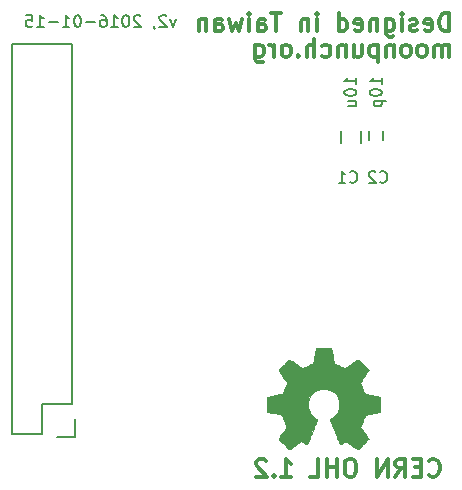
<source format=gbo>
G04 #@! TF.FileFunction,Legend,Bot*
%FSLAX46Y46*%
G04 Gerber Fmt 4.6, Leading zero omitted, Abs format (unit mm)*
G04 Created by KiCad (PCBNEW 4.0.1-stable) date Fri 15 Jan 2016 03:53:27 PM CST*
%MOMM*%
G01*
G04 APERTURE LIST*
%ADD10C,0.100000*%
%ADD11C,0.200000*%
%ADD12C,0.300000*%
%ADD13C,0.150000*%
%ADD14C,0.010000*%
G04 APERTURE END LIST*
D10*
D11*
X117759952Y-101766714D02*
X117521857Y-102433381D01*
X117283761Y-101766714D01*
X116950428Y-101528619D02*
X116902809Y-101481000D01*
X116807571Y-101433381D01*
X116569475Y-101433381D01*
X116474237Y-101481000D01*
X116426618Y-101528619D01*
X116378999Y-101623857D01*
X116378999Y-101719095D01*
X116426618Y-101861952D01*
X116998047Y-102433381D01*
X116378999Y-102433381D01*
X115902809Y-102385762D02*
X115902809Y-102433381D01*
X115950428Y-102528619D01*
X115998047Y-102576238D01*
X114759952Y-101528619D02*
X114712333Y-101481000D01*
X114617095Y-101433381D01*
X114378999Y-101433381D01*
X114283761Y-101481000D01*
X114236142Y-101528619D01*
X114188523Y-101623857D01*
X114188523Y-101719095D01*
X114236142Y-101861952D01*
X114807571Y-102433381D01*
X114188523Y-102433381D01*
X113569476Y-101433381D02*
X113474237Y-101433381D01*
X113378999Y-101481000D01*
X113331380Y-101528619D01*
X113283761Y-101623857D01*
X113236142Y-101814333D01*
X113236142Y-102052429D01*
X113283761Y-102242905D01*
X113331380Y-102338143D01*
X113378999Y-102385762D01*
X113474237Y-102433381D01*
X113569476Y-102433381D01*
X113664714Y-102385762D01*
X113712333Y-102338143D01*
X113759952Y-102242905D01*
X113807571Y-102052429D01*
X113807571Y-101814333D01*
X113759952Y-101623857D01*
X113712333Y-101528619D01*
X113664714Y-101481000D01*
X113569476Y-101433381D01*
X112283761Y-102433381D02*
X112855190Y-102433381D01*
X112569476Y-102433381D02*
X112569476Y-101433381D01*
X112664714Y-101576238D01*
X112759952Y-101671476D01*
X112855190Y-101719095D01*
X111426618Y-101433381D02*
X111617095Y-101433381D01*
X111712333Y-101481000D01*
X111759952Y-101528619D01*
X111855190Y-101671476D01*
X111902809Y-101861952D01*
X111902809Y-102242905D01*
X111855190Y-102338143D01*
X111807571Y-102385762D01*
X111712333Y-102433381D01*
X111521856Y-102433381D01*
X111426618Y-102385762D01*
X111378999Y-102338143D01*
X111331380Y-102242905D01*
X111331380Y-102004810D01*
X111378999Y-101909571D01*
X111426618Y-101861952D01*
X111521856Y-101814333D01*
X111712333Y-101814333D01*
X111807571Y-101861952D01*
X111855190Y-101909571D01*
X111902809Y-102004810D01*
X110902809Y-102052429D02*
X110140904Y-102052429D01*
X109474238Y-101433381D02*
X109378999Y-101433381D01*
X109283761Y-101481000D01*
X109236142Y-101528619D01*
X109188523Y-101623857D01*
X109140904Y-101814333D01*
X109140904Y-102052429D01*
X109188523Y-102242905D01*
X109236142Y-102338143D01*
X109283761Y-102385762D01*
X109378999Y-102433381D01*
X109474238Y-102433381D01*
X109569476Y-102385762D01*
X109617095Y-102338143D01*
X109664714Y-102242905D01*
X109712333Y-102052429D01*
X109712333Y-101814333D01*
X109664714Y-101623857D01*
X109617095Y-101528619D01*
X109569476Y-101481000D01*
X109474238Y-101433381D01*
X108188523Y-102433381D02*
X108759952Y-102433381D01*
X108474238Y-102433381D02*
X108474238Y-101433381D01*
X108569476Y-101576238D01*
X108664714Y-101671476D01*
X108759952Y-101719095D01*
X107759952Y-102052429D02*
X106998047Y-102052429D01*
X105998047Y-102433381D02*
X106569476Y-102433381D01*
X106283762Y-102433381D02*
X106283762Y-101433381D01*
X106379000Y-101576238D01*
X106474238Y-101671476D01*
X106569476Y-101719095D01*
X105093285Y-101433381D02*
X105569476Y-101433381D01*
X105617095Y-101909571D01*
X105569476Y-101861952D01*
X105474238Y-101814333D01*
X105236142Y-101814333D01*
X105140904Y-101861952D01*
X105093285Y-101909571D01*
X105045666Y-102004810D01*
X105045666Y-102242905D01*
X105093285Y-102338143D01*
X105140904Y-102385762D01*
X105236142Y-102433381D01*
X105474238Y-102433381D01*
X105569476Y-102385762D01*
X105617095Y-102338143D01*
D12*
X140929286Y-104945571D02*
X140929286Y-103945571D01*
X140929286Y-104088429D02*
X140857858Y-104017000D01*
X140715000Y-103945571D01*
X140500715Y-103945571D01*
X140357858Y-104017000D01*
X140286429Y-104159857D01*
X140286429Y-104945571D01*
X140286429Y-104159857D02*
X140215000Y-104017000D01*
X140072143Y-103945571D01*
X139857858Y-103945571D01*
X139715000Y-104017000D01*
X139643572Y-104159857D01*
X139643572Y-104945571D01*
X138715000Y-104945571D02*
X138857858Y-104874143D01*
X138929286Y-104802714D01*
X139000715Y-104659857D01*
X139000715Y-104231286D01*
X138929286Y-104088429D01*
X138857858Y-104017000D01*
X138715000Y-103945571D01*
X138500715Y-103945571D01*
X138357858Y-104017000D01*
X138286429Y-104088429D01*
X138215000Y-104231286D01*
X138215000Y-104659857D01*
X138286429Y-104802714D01*
X138357858Y-104874143D01*
X138500715Y-104945571D01*
X138715000Y-104945571D01*
X137357857Y-104945571D02*
X137500715Y-104874143D01*
X137572143Y-104802714D01*
X137643572Y-104659857D01*
X137643572Y-104231286D01*
X137572143Y-104088429D01*
X137500715Y-104017000D01*
X137357857Y-103945571D01*
X137143572Y-103945571D01*
X137000715Y-104017000D01*
X136929286Y-104088429D01*
X136857857Y-104231286D01*
X136857857Y-104659857D01*
X136929286Y-104802714D01*
X137000715Y-104874143D01*
X137143572Y-104945571D01*
X137357857Y-104945571D01*
X136215000Y-103945571D02*
X136215000Y-104945571D01*
X136215000Y-104088429D02*
X136143572Y-104017000D01*
X136000714Y-103945571D01*
X135786429Y-103945571D01*
X135643572Y-104017000D01*
X135572143Y-104159857D01*
X135572143Y-104945571D01*
X134857857Y-103945571D02*
X134857857Y-105445571D01*
X134857857Y-104017000D02*
X134715000Y-103945571D01*
X134429286Y-103945571D01*
X134286429Y-104017000D01*
X134215000Y-104088429D01*
X134143571Y-104231286D01*
X134143571Y-104659857D01*
X134215000Y-104802714D01*
X134286429Y-104874143D01*
X134429286Y-104945571D01*
X134715000Y-104945571D01*
X134857857Y-104874143D01*
X132857857Y-103945571D02*
X132857857Y-104945571D01*
X133500714Y-103945571D02*
X133500714Y-104731286D01*
X133429286Y-104874143D01*
X133286428Y-104945571D01*
X133072143Y-104945571D01*
X132929286Y-104874143D01*
X132857857Y-104802714D01*
X132143571Y-103945571D02*
X132143571Y-104945571D01*
X132143571Y-104088429D02*
X132072143Y-104017000D01*
X131929285Y-103945571D01*
X131715000Y-103945571D01*
X131572143Y-104017000D01*
X131500714Y-104159857D01*
X131500714Y-104945571D01*
X130143571Y-104874143D02*
X130286428Y-104945571D01*
X130572142Y-104945571D01*
X130715000Y-104874143D01*
X130786428Y-104802714D01*
X130857857Y-104659857D01*
X130857857Y-104231286D01*
X130786428Y-104088429D01*
X130715000Y-104017000D01*
X130572142Y-103945571D01*
X130286428Y-103945571D01*
X130143571Y-104017000D01*
X129500714Y-104945571D02*
X129500714Y-103445571D01*
X128857857Y-104945571D02*
X128857857Y-104159857D01*
X128929286Y-104017000D01*
X129072143Y-103945571D01*
X129286428Y-103945571D01*
X129429286Y-104017000D01*
X129500714Y-104088429D01*
X128143571Y-104802714D02*
X128072143Y-104874143D01*
X128143571Y-104945571D01*
X128215000Y-104874143D01*
X128143571Y-104802714D01*
X128143571Y-104945571D01*
X127214999Y-104945571D02*
X127357857Y-104874143D01*
X127429285Y-104802714D01*
X127500714Y-104659857D01*
X127500714Y-104231286D01*
X127429285Y-104088429D01*
X127357857Y-104017000D01*
X127214999Y-103945571D01*
X127000714Y-103945571D01*
X126857857Y-104017000D01*
X126786428Y-104088429D01*
X126714999Y-104231286D01*
X126714999Y-104659857D01*
X126786428Y-104802714D01*
X126857857Y-104874143D01*
X127000714Y-104945571D01*
X127214999Y-104945571D01*
X126072142Y-104945571D02*
X126072142Y-103945571D01*
X126072142Y-104231286D02*
X126000714Y-104088429D01*
X125929285Y-104017000D01*
X125786428Y-103945571D01*
X125643571Y-103945571D01*
X124500714Y-103945571D02*
X124500714Y-105159857D01*
X124572143Y-105302714D01*
X124643571Y-105374143D01*
X124786428Y-105445571D01*
X125000714Y-105445571D01*
X125143571Y-105374143D01*
X124500714Y-104874143D02*
X124643571Y-104945571D01*
X124929285Y-104945571D01*
X125072143Y-104874143D01*
X125143571Y-104802714D01*
X125215000Y-104659857D01*
X125215000Y-104231286D01*
X125143571Y-104088429D01*
X125072143Y-104017000D01*
X124929285Y-103945571D01*
X124643571Y-103945571D01*
X124500714Y-104017000D01*
X139191143Y-140362714D02*
X139262572Y-140434143D01*
X139476858Y-140505571D01*
X139619715Y-140505571D01*
X139834000Y-140434143D01*
X139976858Y-140291286D01*
X140048286Y-140148429D01*
X140119715Y-139862714D01*
X140119715Y-139648429D01*
X140048286Y-139362714D01*
X139976858Y-139219857D01*
X139834000Y-139077000D01*
X139619715Y-139005571D01*
X139476858Y-139005571D01*
X139262572Y-139077000D01*
X139191143Y-139148429D01*
X138548286Y-139719857D02*
X138048286Y-139719857D01*
X137834000Y-140505571D02*
X138548286Y-140505571D01*
X138548286Y-139005571D01*
X137834000Y-139005571D01*
X136334000Y-140505571D02*
X136834000Y-139791286D01*
X137191143Y-140505571D02*
X137191143Y-139005571D01*
X136619715Y-139005571D01*
X136476857Y-139077000D01*
X136405429Y-139148429D01*
X136334000Y-139291286D01*
X136334000Y-139505571D01*
X136405429Y-139648429D01*
X136476857Y-139719857D01*
X136619715Y-139791286D01*
X137191143Y-139791286D01*
X135691143Y-140505571D02*
X135691143Y-139005571D01*
X134834000Y-140505571D01*
X134834000Y-139005571D01*
X132691143Y-139005571D02*
X132405429Y-139005571D01*
X132262571Y-139077000D01*
X132119714Y-139219857D01*
X132048286Y-139505571D01*
X132048286Y-140005571D01*
X132119714Y-140291286D01*
X132262571Y-140434143D01*
X132405429Y-140505571D01*
X132691143Y-140505571D01*
X132834000Y-140434143D01*
X132976857Y-140291286D01*
X133048286Y-140005571D01*
X133048286Y-139505571D01*
X132976857Y-139219857D01*
X132834000Y-139077000D01*
X132691143Y-139005571D01*
X131405428Y-140505571D02*
X131405428Y-139005571D01*
X131405428Y-139719857D02*
X130548285Y-139719857D01*
X130548285Y-140505571D02*
X130548285Y-139005571D01*
X129119713Y-140505571D02*
X129833999Y-140505571D01*
X129833999Y-139005571D01*
X126691142Y-140505571D02*
X127548285Y-140505571D01*
X127119713Y-140505571D02*
X127119713Y-139005571D01*
X127262570Y-139219857D01*
X127405428Y-139362714D01*
X127548285Y-139434143D01*
X126048285Y-140362714D02*
X125976857Y-140434143D01*
X126048285Y-140505571D01*
X126119714Y-140434143D01*
X126048285Y-140362714D01*
X126048285Y-140505571D01*
X125405428Y-139148429D02*
X125333999Y-139077000D01*
X125191142Y-139005571D01*
X124833999Y-139005571D01*
X124691142Y-139077000D01*
X124619713Y-139148429D01*
X124548285Y-139291286D01*
X124548285Y-139434143D01*
X124619713Y-139648429D01*
X125476856Y-140505571D01*
X124548285Y-140505571D01*
X140909143Y-102786571D02*
X140909143Y-101286571D01*
X140552000Y-101286571D01*
X140337715Y-101358000D01*
X140194857Y-101500857D01*
X140123429Y-101643714D01*
X140052000Y-101929429D01*
X140052000Y-102143714D01*
X140123429Y-102429429D01*
X140194857Y-102572286D01*
X140337715Y-102715143D01*
X140552000Y-102786571D01*
X140909143Y-102786571D01*
X138837715Y-102715143D02*
X138980572Y-102786571D01*
X139266286Y-102786571D01*
X139409143Y-102715143D01*
X139480572Y-102572286D01*
X139480572Y-102000857D01*
X139409143Y-101858000D01*
X139266286Y-101786571D01*
X138980572Y-101786571D01*
X138837715Y-101858000D01*
X138766286Y-102000857D01*
X138766286Y-102143714D01*
X139480572Y-102286571D01*
X138194858Y-102715143D02*
X138052001Y-102786571D01*
X137766286Y-102786571D01*
X137623429Y-102715143D01*
X137552001Y-102572286D01*
X137552001Y-102500857D01*
X137623429Y-102358000D01*
X137766286Y-102286571D01*
X137980572Y-102286571D01*
X138123429Y-102215143D01*
X138194858Y-102072286D01*
X138194858Y-102000857D01*
X138123429Y-101858000D01*
X137980572Y-101786571D01*
X137766286Y-101786571D01*
X137623429Y-101858000D01*
X136909143Y-102786571D02*
X136909143Y-101786571D01*
X136909143Y-101286571D02*
X136980572Y-101358000D01*
X136909143Y-101429429D01*
X136837715Y-101358000D01*
X136909143Y-101286571D01*
X136909143Y-101429429D01*
X135552000Y-101786571D02*
X135552000Y-103000857D01*
X135623429Y-103143714D01*
X135694857Y-103215143D01*
X135837714Y-103286571D01*
X136052000Y-103286571D01*
X136194857Y-103215143D01*
X135552000Y-102715143D02*
X135694857Y-102786571D01*
X135980571Y-102786571D01*
X136123429Y-102715143D01*
X136194857Y-102643714D01*
X136266286Y-102500857D01*
X136266286Y-102072286D01*
X136194857Y-101929429D01*
X136123429Y-101858000D01*
X135980571Y-101786571D01*
X135694857Y-101786571D01*
X135552000Y-101858000D01*
X134837714Y-101786571D02*
X134837714Y-102786571D01*
X134837714Y-101929429D02*
X134766286Y-101858000D01*
X134623428Y-101786571D01*
X134409143Y-101786571D01*
X134266286Y-101858000D01*
X134194857Y-102000857D01*
X134194857Y-102786571D01*
X132909143Y-102715143D02*
X133052000Y-102786571D01*
X133337714Y-102786571D01*
X133480571Y-102715143D01*
X133552000Y-102572286D01*
X133552000Y-102000857D01*
X133480571Y-101858000D01*
X133337714Y-101786571D01*
X133052000Y-101786571D01*
X132909143Y-101858000D01*
X132837714Y-102000857D01*
X132837714Y-102143714D01*
X133552000Y-102286571D01*
X131552000Y-102786571D02*
X131552000Y-101286571D01*
X131552000Y-102715143D02*
X131694857Y-102786571D01*
X131980571Y-102786571D01*
X132123429Y-102715143D01*
X132194857Y-102643714D01*
X132266286Y-102500857D01*
X132266286Y-102072286D01*
X132194857Y-101929429D01*
X132123429Y-101858000D01*
X131980571Y-101786571D01*
X131694857Y-101786571D01*
X131552000Y-101858000D01*
X129694857Y-102786571D02*
X129694857Y-101786571D01*
X129694857Y-101286571D02*
X129766286Y-101358000D01*
X129694857Y-101429429D01*
X129623429Y-101358000D01*
X129694857Y-101286571D01*
X129694857Y-101429429D01*
X128980571Y-101786571D02*
X128980571Y-102786571D01*
X128980571Y-101929429D02*
X128909143Y-101858000D01*
X128766285Y-101786571D01*
X128552000Y-101786571D01*
X128409143Y-101858000D01*
X128337714Y-102000857D01*
X128337714Y-102786571D01*
X126694857Y-101286571D02*
X125837714Y-101286571D01*
X126266285Y-102786571D02*
X126266285Y-101286571D01*
X124694857Y-102786571D02*
X124694857Y-102000857D01*
X124766286Y-101858000D01*
X124909143Y-101786571D01*
X125194857Y-101786571D01*
X125337714Y-101858000D01*
X124694857Y-102715143D02*
X124837714Y-102786571D01*
X125194857Y-102786571D01*
X125337714Y-102715143D01*
X125409143Y-102572286D01*
X125409143Y-102429429D01*
X125337714Y-102286571D01*
X125194857Y-102215143D01*
X124837714Y-102215143D01*
X124694857Y-102143714D01*
X123980571Y-102786571D02*
X123980571Y-101786571D01*
X123980571Y-101286571D02*
X124052000Y-101358000D01*
X123980571Y-101429429D01*
X123909143Y-101358000D01*
X123980571Y-101286571D01*
X123980571Y-101429429D01*
X123409142Y-101786571D02*
X123123428Y-102786571D01*
X122837714Y-102072286D01*
X122551999Y-102786571D01*
X122266285Y-101786571D01*
X121051999Y-102786571D02*
X121051999Y-102000857D01*
X121123428Y-101858000D01*
X121266285Y-101786571D01*
X121551999Y-101786571D01*
X121694856Y-101858000D01*
X121051999Y-102715143D02*
X121194856Y-102786571D01*
X121551999Y-102786571D01*
X121694856Y-102715143D01*
X121766285Y-102572286D01*
X121766285Y-102429429D01*
X121694856Y-102286571D01*
X121551999Y-102215143D01*
X121194856Y-102215143D01*
X121051999Y-102143714D01*
X120337713Y-101786571D02*
X120337713Y-102786571D01*
X120337713Y-101929429D02*
X120266285Y-101858000D01*
X120123427Y-101786571D01*
X119909142Y-101786571D01*
X119766285Y-101858000D01*
X119694856Y-102000857D01*
X119694856Y-102786571D01*
D13*
X131738000Y-112260000D02*
X131738000Y-111260000D01*
X133438000Y-111260000D02*
X133438000Y-112260000D01*
X134147000Y-111283000D02*
X134147000Y-111983000D01*
X135347000Y-111983000D02*
X135347000Y-111283000D01*
D14*
G36*
X129518890Y-130251200D02*
X129486970Y-130421582D01*
X129456980Y-130577359D01*
X129430458Y-130710878D01*
X129408942Y-130814487D01*
X129393970Y-130880532D01*
X129388628Y-130899313D01*
X129363965Y-130926206D01*
X129305228Y-130962692D01*
X129208788Y-131010594D01*
X129071020Y-131071737D01*
X128920322Y-131134821D01*
X128761182Y-131199594D01*
X128641821Y-131246259D01*
X128555408Y-131276905D01*
X128495107Y-131293618D01*
X128454087Y-131298486D01*
X128425512Y-131293596D01*
X128415423Y-131289052D01*
X128378603Y-131266268D01*
X128306864Y-131219151D01*
X128207046Y-131152295D01*
X128085989Y-131070295D01*
X127950533Y-130977746D01*
X127885268Y-130932894D01*
X127746779Y-130838824D01*
X127620381Y-130755384D01*
X127512637Y-130686712D01*
X127430111Y-130636946D01*
X127379366Y-130610226D01*
X127368091Y-130606800D01*
X127340274Y-130624004D01*
X127283301Y-130671594D01*
X127203342Y-130743530D01*
X127106570Y-130833775D01*
X126999156Y-130936292D01*
X126887272Y-131045042D01*
X126777090Y-131153988D01*
X126674781Y-131257092D01*
X126586518Y-131348317D01*
X126518472Y-131421624D01*
X126476814Y-131470976D01*
X126466600Y-131488712D01*
X126469455Y-131499722D01*
X126479858Y-131520347D01*
X126500570Y-131554738D01*
X126534353Y-131607046D01*
X126583967Y-131681422D01*
X126652172Y-131782017D01*
X126741729Y-131912981D01*
X126855399Y-132078465D01*
X126957243Y-132226430D01*
X127030560Y-132333980D01*
X127093556Y-132428430D01*
X127140462Y-132500979D01*
X127165510Y-132542829D01*
X127167665Y-132547423D01*
X127162389Y-132581392D01*
X127139550Y-132652476D01*
X127102922Y-132751689D01*
X127056283Y-132870045D01*
X127003406Y-132998558D01*
X126948067Y-133128243D01*
X126894042Y-133250113D01*
X126845107Y-133355182D01*
X126805037Y-133434465D01*
X126777607Y-133478976D01*
X126775056Y-133481853D01*
X126736882Y-133502261D01*
X126656472Y-133527290D01*
X126531722Y-133557458D01*
X126360522Y-133593279D01*
X126174500Y-133629008D01*
X126009149Y-133660413D01*
X125858006Y-133690194D01*
X125729147Y-133716676D01*
X125630645Y-133738180D01*
X125570574Y-133753030D01*
X125558550Y-133756960D01*
X125540557Y-133765502D01*
X125526807Y-133778419D01*
X125516735Y-133801966D01*
X125509774Y-133842395D01*
X125505360Y-133905959D01*
X125502927Y-133998911D01*
X125501910Y-134127505D01*
X125501742Y-134297993D01*
X125501789Y-134384505D01*
X125502656Y-134555599D01*
X125504878Y-134710317D01*
X125508233Y-134841232D01*
X125512496Y-134940916D01*
X125517445Y-135001942D01*
X125520839Y-135017238D01*
X125541408Y-135029717D01*
X125591331Y-135045897D01*
X125673964Y-135066496D01*
X125792663Y-135092237D01*
X125950782Y-135123838D01*
X126151677Y-135162021D01*
X126398703Y-135207507D01*
X126452475Y-135217278D01*
X126558549Y-135238093D01*
X126648597Y-135258636D01*
X126708569Y-135275585D01*
X126721534Y-135280899D01*
X126743202Y-135310494D01*
X126778748Y-135378897D01*
X126824532Y-135477230D01*
X126876913Y-135596619D01*
X126932251Y-135728188D01*
X126986904Y-135863060D01*
X127037231Y-135992359D01*
X127079591Y-136107211D01*
X127110344Y-136198737D01*
X127125849Y-136258063D01*
X127127000Y-136269366D01*
X127113009Y-136313631D01*
X127075392Y-136386803D01*
X127020681Y-136476913D01*
X126982993Y-136533227D01*
X126832535Y-136750731D01*
X126710072Y-136928971D01*
X126614171Y-137070089D01*
X126543398Y-137176228D01*
X126496318Y-137249530D01*
X126471498Y-137292138D01*
X126466601Y-137304823D01*
X126483851Y-137327802D01*
X126532344Y-137381377D01*
X126607190Y-137460434D01*
X126703499Y-137559859D01*
X126816382Y-137674538D01*
X126908670Y-137767172D01*
X127069247Y-137925546D01*
X127196695Y-138046765D01*
X127291783Y-138131509D01*
X127355279Y-138180463D01*
X127387950Y-138194307D01*
X127389111Y-138193976D01*
X127421848Y-138175213D01*
X127488596Y-138132416D01*
X127581719Y-138070637D01*
X127693579Y-137994930D01*
X127791591Y-137927619D01*
X127919909Y-137839160D01*
X128042104Y-137755320D01*
X128148515Y-137682699D01*
X128229485Y-137627893D01*
X128265383Y-137603972D01*
X128375066Y-137531956D01*
X128613121Y-137657128D01*
X128736885Y-137718596D01*
X128822821Y-137753135D01*
X128869086Y-137760041D01*
X128874707Y-137756900D01*
X128889854Y-137727952D01*
X128921743Y-137657821D01*
X128967865Y-137552335D01*
X129025715Y-137417322D01*
X129092783Y-137258612D01*
X129166565Y-137082033D01*
X129207944Y-136982200D01*
X129288328Y-136787836D01*
X129366655Y-136598669D01*
X129439691Y-136422488D01*
X129504204Y-136267083D01*
X129556962Y-136140244D01*
X129594734Y-136049760D01*
X129604062Y-136027536D01*
X129659923Y-135896435D01*
X129697784Y-135803469D01*
X129716710Y-135738925D01*
X129715767Y-135693089D01*
X129694020Y-135656249D01*
X129650534Y-135618692D01*
X129584375Y-135570705D01*
X129558263Y-135551560D01*
X129370423Y-135398031D01*
X129225402Y-135246345D01*
X129116137Y-135088755D01*
X129087098Y-135034881D01*
X128999022Y-134830813D01*
X128948458Y-134635386D01*
X128930579Y-134429170D01*
X128930400Y-134404099D01*
X128955058Y-134148510D01*
X129026796Y-133905165D01*
X129142267Y-133680191D01*
X129298120Y-133479717D01*
X129491008Y-133309871D01*
X129550868Y-133268849D01*
X129772984Y-133154468D01*
X130011150Y-133085024D01*
X130257879Y-133060434D01*
X130505687Y-133080617D01*
X130747084Y-133145492D01*
X130974585Y-133254976D01*
X131021812Y-133284898D01*
X131218680Y-133444599D01*
X131378132Y-133634039D01*
X131498584Y-133846950D01*
X131578451Y-134077063D01*
X131616152Y-134318108D01*
X131610102Y-134563816D01*
X131558717Y-134807919D01*
X131464322Y-135036736D01*
X131391162Y-135150531D01*
X131288296Y-135276854D01*
X131169221Y-135401508D01*
X131047434Y-135510297D01*
X130942888Y-135585200D01*
X130878388Y-135628242D01*
X130834668Y-135665298D01*
X130825517Y-135677716D01*
X130832113Y-135707283D01*
X130856234Y-135778038D01*
X130895710Y-135884342D01*
X130948370Y-136020557D01*
X131012041Y-136181044D01*
X131084554Y-136360166D01*
X131143382Y-136503216D01*
X131226419Y-136703953D01*
X131307438Y-136900055D01*
X131383300Y-137083907D01*
X131450867Y-137247893D01*
X131507000Y-137384400D01*
X131548560Y-137485812D01*
X131564162Y-137524100D01*
X131607014Y-137622661D01*
X131646910Y-137702142D01*
X131677971Y-137751374D01*
X131689116Y-137761494D01*
X131724746Y-137755539D01*
X131792970Y-137728936D01*
X131882406Y-137686469D01*
X131941083Y-137655600D01*
X132037558Y-137605921D01*
X132119373Y-137569148D01*
X132175230Y-137550083D01*
X132191545Y-137549127D01*
X132221165Y-137566609D01*
X132286094Y-137608647D01*
X132379849Y-137670920D01*
X132495947Y-137749106D01*
X132627902Y-137838881D01*
X132690089Y-137881472D01*
X132826510Y-137974284D01*
X132949637Y-138056518D01*
X133053098Y-138124042D01*
X133130517Y-138172724D01*
X133175520Y-138198428D01*
X133183561Y-138201400D01*
X133208386Y-138184124D01*
X133263636Y-138135578D01*
X133344089Y-138060683D01*
X133444522Y-137964363D01*
X133559713Y-137851540D01*
X133648723Y-137762985D01*
X133770075Y-137640805D01*
X133878516Y-137530323D01*
X133969150Y-137436635D01*
X134037079Y-137364837D01*
X134077406Y-137320027D01*
X134086601Y-137307303D01*
X134072804Y-137281857D01*
X134034489Y-137221751D01*
X133976265Y-137133945D01*
X133902741Y-137025400D01*
X133826009Y-136913868D01*
X133734888Y-136781732D01*
X133647431Y-136653820D01*
X133570426Y-136540141D01*
X133510662Y-136450704D01*
X133481494Y-136405958D01*
X133397569Y-136274216D01*
X133583245Y-135809147D01*
X133642751Y-135663167D01*
X133698662Y-135531663D01*
X133747380Y-135422663D01*
X133785306Y-135344198D01*
X133808840Y-135304296D01*
X133810228Y-135302772D01*
X133854242Y-135279244D01*
X133936245Y-135252922D01*
X134043844Y-135227532D01*
X134089718Y-135218750D01*
X134287133Y-135182855D01*
X134473087Y-135148119D01*
X134641118Y-135115827D01*
X134784762Y-135087261D01*
X134897556Y-135063708D01*
X134973038Y-135046451D01*
X135004467Y-135036957D01*
X135010491Y-135008858D01*
X135015882Y-134936975D01*
X135020403Y-134828322D01*
X135023815Y-134689915D01*
X135025879Y-134528767D01*
X135026400Y-134391612D01*
X135026156Y-134195509D01*
X135025151Y-134044270D01*
X135022975Y-133931960D01*
X135019220Y-133852642D01*
X135013475Y-133800383D01*
X135005333Y-133769247D01*
X134994382Y-133753298D01*
X134981950Y-133747071D01*
X134944055Y-133738644D01*
X134864634Y-133722669D01*
X134752123Y-133700785D01*
X134614958Y-133674632D01*
X134461576Y-133645846D01*
X134442200Y-133642241D01*
X134244794Y-133606564D01*
X134090025Y-133578676D01*
X133971240Y-133554070D01*
X133881789Y-133528236D01*
X133815019Y-133496667D01*
X133764278Y-133454855D01*
X133722914Y-133398292D01*
X133684275Y-133322469D01*
X133641709Y-133222878D01*
X133588565Y-133095011D01*
X133569796Y-133051002D01*
X133509463Y-132909505D01*
X133456755Y-132783298D01*
X133414780Y-132680038D01*
X133386649Y-132607387D01*
X133375469Y-132573004D01*
X133375400Y-132572113D01*
X133389184Y-132544291D01*
X133427896Y-132480785D01*
X133487583Y-132387701D01*
X133564289Y-132271143D01*
X133654059Y-132137218D01*
X133720555Y-132039331D01*
X133817552Y-131897219D01*
X133905150Y-131768738D01*
X133979231Y-131659940D01*
X134035674Y-131576881D01*
X134070360Y-131525612D01*
X134079404Y-131512018D01*
X134066280Y-131488642D01*
X134022290Y-131436104D01*
X133953315Y-131360313D01*
X133865239Y-131267178D01*
X133763946Y-131162609D01*
X133655318Y-131052515D01*
X133545239Y-130942806D01*
X133439591Y-130839391D01*
X133344258Y-130748180D01*
X133265122Y-130675083D01*
X133208067Y-130626009D01*
X133178976Y-130606867D01*
X133178235Y-130606800D01*
X133156284Y-130613107D01*
X133116262Y-130633662D01*
X133054385Y-130670916D01*
X132966863Y-130727319D01*
X132849910Y-130805320D01*
X132699738Y-130907370D01*
X132512562Y-131035918D01*
X132476164Y-131061014D01*
X132364391Y-131137635D01*
X132264491Y-131205223D01*
X132185375Y-131257814D01*
X132135957Y-131289445D01*
X132127365Y-131294438D01*
X132086607Y-131294346D01*
X132009278Y-131275744D01*
X131904486Y-131242351D01*
X131781337Y-131197885D01*
X131648940Y-131146063D01*
X131516402Y-131090603D01*
X131392831Y-131035224D01*
X131287336Y-130983644D01*
X131209022Y-130939579D01*
X131166999Y-130906749D01*
X131163295Y-130900884D01*
X131152487Y-130861655D01*
X131134388Y-130780088D01*
X131110550Y-130663870D01*
X131082525Y-130520686D01*
X131051861Y-130358223D01*
X131032208Y-130251200D01*
X130923759Y-129654300D01*
X129629223Y-129654300D01*
X129518890Y-130251200D01*
X129518890Y-130251200D01*
G37*
X129518890Y-130251200D02*
X129486970Y-130421582D01*
X129456980Y-130577359D01*
X129430458Y-130710878D01*
X129408942Y-130814487D01*
X129393970Y-130880532D01*
X129388628Y-130899313D01*
X129363965Y-130926206D01*
X129305228Y-130962692D01*
X129208788Y-131010594D01*
X129071020Y-131071737D01*
X128920322Y-131134821D01*
X128761182Y-131199594D01*
X128641821Y-131246259D01*
X128555408Y-131276905D01*
X128495107Y-131293618D01*
X128454087Y-131298486D01*
X128425512Y-131293596D01*
X128415423Y-131289052D01*
X128378603Y-131266268D01*
X128306864Y-131219151D01*
X128207046Y-131152295D01*
X128085989Y-131070295D01*
X127950533Y-130977746D01*
X127885268Y-130932894D01*
X127746779Y-130838824D01*
X127620381Y-130755384D01*
X127512637Y-130686712D01*
X127430111Y-130636946D01*
X127379366Y-130610226D01*
X127368091Y-130606800D01*
X127340274Y-130624004D01*
X127283301Y-130671594D01*
X127203342Y-130743530D01*
X127106570Y-130833775D01*
X126999156Y-130936292D01*
X126887272Y-131045042D01*
X126777090Y-131153988D01*
X126674781Y-131257092D01*
X126586518Y-131348317D01*
X126518472Y-131421624D01*
X126476814Y-131470976D01*
X126466600Y-131488712D01*
X126469455Y-131499722D01*
X126479858Y-131520347D01*
X126500570Y-131554738D01*
X126534353Y-131607046D01*
X126583967Y-131681422D01*
X126652172Y-131782017D01*
X126741729Y-131912981D01*
X126855399Y-132078465D01*
X126957243Y-132226430D01*
X127030560Y-132333980D01*
X127093556Y-132428430D01*
X127140462Y-132500979D01*
X127165510Y-132542829D01*
X127167665Y-132547423D01*
X127162389Y-132581392D01*
X127139550Y-132652476D01*
X127102922Y-132751689D01*
X127056283Y-132870045D01*
X127003406Y-132998558D01*
X126948067Y-133128243D01*
X126894042Y-133250113D01*
X126845107Y-133355182D01*
X126805037Y-133434465D01*
X126777607Y-133478976D01*
X126775056Y-133481853D01*
X126736882Y-133502261D01*
X126656472Y-133527290D01*
X126531722Y-133557458D01*
X126360522Y-133593279D01*
X126174500Y-133629008D01*
X126009149Y-133660413D01*
X125858006Y-133690194D01*
X125729147Y-133716676D01*
X125630645Y-133738180D01*
X125570574Y-133753030D01*
X125558550Y-133756960D01*
X125540557Y-133765502D01*
X125526807Y-133778419D01*
X125516735Y-133801966D01*
X125509774Y-133842395D01*
X125505360Y-133905959D01*
X125502927Y-133998911D01*
X125501910Y-134127505D01*
X125501742Y-134297993D01*
X125501789Y-134384505D01*
X125502656Y-134555599D01*
X125504878Y-134710317D01*
X125508233Y-134841232D01*
X125512496Y-134940916D01*
X125517445Y-135001942D01*
X125520839Y-135017238D01*
X125541408Y-135029717D01*
X125591331Y-135045897D01*
X125673964Y-135066496D01*
X125792663Y-135092237D01*
X125950782Y-135123838D01*
X126151677Y-135162021D01*
X126398703Y-135207507D01*
X126452475Y-135217278D01*
X126558549Y-135238093D01*
X126648597Y-135258636D01*
X126708569Y-135275585D01*
X126721534Y-135280899D01*
X126743202Y-135310494D01*
X126778748Y-135378897D01*
X126824532Y-135477230D01*
X126876913Y-135596619D01*
X126932251Y-135728188D01*
X126986904Y-135863060D01*
X127037231Y-135992359D01*
X127079591Y-136107211D01*
X127110344Y-136198737D01*
X127125849Y-136258063D01*
X127127000Y-136269366D01*
X127113009Y-136313631D01*
X127075392Y-136386803D01*
X127020681Y-136476913D01*
X126982993Y-136533227D01*
X126832535Y-136750731D01*
X126710072Y-136928971D01*
X126614171Y-137070089D01*
X126543398Y-137176228D01*
X126496318Y-137249530D01*
X126471498Y-137292138D01*
X126466601Y-137304823D01*
X126483851Y-137327802D01*
X126532344Y-137381377D01*
X126607190Y-137460434D01*
X126703499Y-137559859D01*
X126816382Y-137674538D01*
X126908670Y-137767172D01*
X127069247Y-137925546D01*
X127196695Y-138046765D01*
X127291783Y-138131509D01*
X127355279Y-138180463D01*
X127387950Y-138194307D01*
X127389111Y-138193976D01*
X127421848Y-138175213D01*
X127488596Y-138132416D01*
X127581719Y-138070637D01*
X127693579Y-137994930D01*
X127791591Y-137927619D01*
X127919909Y-137839160D01*
X128042104Y-137755320D01*
X128148515Y-137682699D01*
X128229485Y-137627893D01*
X128265383Y-137603972D01*
X128375066Y-137531956D01*
X128613121Y-137657128D01*
X128736885Y-137718596D01*
X128822821Y-137753135D01*
X128869086Y-137760041D01*
X128874707Y-137756900D01*
X128889854Y-137727952D01*
X128921743Y-137657821D01*
X128967865Y-137552335D01*
X129025715Y-137417322D01*
X129092783Y-137258612D01*
X129166565Y-137082033D01*
X129207944Y-136982200D01*
X129288328Y-136787836D01*
X129366655Y-136598669D01*
X129439691Y-136422488D01*
X129504204Y-136267083D01*
X129556962Y-136140244D01*
X129594734Y-136049760D01*
X129604062Y-136027536D01*
X129659923Y-135896435D01*
X129697784Y-135803469D01*
X129716710Y-135738925D01*
X129715767Y-135693089D01*
X129694020Y-135656249D01*
X129650534Y-135618692D01*
X129584375Y-135570705D01*
X129558263Y-135551560D01*
X129370423Y-135398031D01*
X129225402Y-135246345D01*
X129116137Y-135088755D01*
X129087098Y-135034881D01*
X128999022Y-134830813D01*
X128948458Y-134635386D01*
X128930579Y-134429170D01*
X128930400Y-134404099D01*
X128955058Y-134148510D01*
X129026796Y-133905165D01*
X129142267Y-133680191D01*
X129298120Y-133479717D01*
X129491008Y-133309871D01*
X129550868Y-133268849D01*
X129772984Y-133154468D01*
X130011150Y-133085024D01*
X130257879Y-133060434D01*
X130505687Y-133080617D01*
X130747084Y-133145492D01*
X130974585Y-133254976D01*
X131021812Y-133284898D01*
X131218680Y-133444599D01*
X131378132Y-133634039D01*
X131498584Y-133846950D01*
X131578451Y-134077063D01*
X131616152Y-134318108D01*
X131610102Y-134563816D01*
X131558717Y-134807919D01*
X131464322Y-135036736D01*
X131391162Y-135150531D01*
X131288296Y-135276854D01*
X131169221Y-135401508D01*
X131047434Y-135510297D01*
X130942888Y-135585200D01*
X130878388Y-135628242D01*
X130834668Y-135665298D01*
X130825517Y-135677716D01*
X130832113Y-135707283D01*
X130856234Y-135778038D01*
X130895710Y-135884342D01*
X130948370Y-136020557D01*
X131012041Y-136181044D01*
X131084554Y-136360166D01*
X131143382Y-136503216D01*
X131226419Y-136703953D01*
X131307438Y-136900055D01*
X131383300Y-137083907D01*
X131450867Y-137247893D01*
X131507000Y-137384400D01*
X131548560Y-137485812D01*
X131564162Y-137524100D01*
X131607014Y-137622661D01*
X131646910Y-137702142D01*
X131677971Y-137751374D01*
X131689116Y-137761494D01*
X131724746Y-137755539D01*
X131792970Y-137728936D01*
X131882406Y-137686469D01*
X131941083Y-137655600D01*
X132037558Y-137605921D01*
X132119373Y-137569148D01*
X132175230Y-137550083D01*
X132191545Y-137549127D01*
X132221165Y-137566609D01*
X132286094Y-137608647D01*
X132379849Y-137670920D01*
X132495947Y-137749106D01*
X132627902Y-137838881D01*
X132690089Y-137881472D01*
X132826510Y-137974284D01*
X132949637Y-138056518D01*
X133053098Y-138124042D01*
X133130517Y-138172724D01*
X133175520Y-138198428D01*
X133183561Y-138201400D01*
X133208386Y-138184124D01*
X133263636Y-138135578D01*
X133344089Y-138060683D01*
X133444522Y-137964363D01*
X133559713Y-137851540D01*
X133648723Y-137762985D01*
X133770075Y-137640805D01*
X133878516Y-137530323D01*
X133969150Y-137436635D01*
X134037079Y-137364837D01*
X134077406Y-137320027D01*
X134086601Y-137307303D01*
X134072804Y-137281857D01*
X134034489Y-137221751D01*
X133976265Y-137133945D01*
X133902741Y-137025400D01*
X133826009Y-136913868D01*
X133734888Y-136781732D01*
X133647431Y-136653820D01*
X133570426Y-136540141D01*
X133510662Y-136450704D01*
X133481494Y-136405958D01*
X133397569Y-136274216D01*
X133583245Y-135809147D01*
X133642751Y-135663167D01*
X133698662Y-135531663D01*
X133747380Y-135422663D01*
X133785306Y-135344198D01*
X133808840Y-135304296D01*
X133810228Y-135302772D01*
X133854242Y-135279244D01*
X133936245Y-135252922D01*
X134043844Y-135227532D01*
X134089718Y-135218750D01*
X134287133Y-135182855D01*
X134473087Y-135148119D01*
X134641118Y-135115827D01*
X134784762Y-135087261D01*
X134897556Y-135063708D01*
X134973038Y-135046451D01*
X135004467Y-135036957D01*
X135010491Y-135008858D01*
X135015882Y-134936975D01*
X135020403Y-134828322D01*
X135023815Y-134689915D01*
X135025879Y-134528767D01*
X135026400Y-134391612D01*
X135026156Y-134195509D01*
X135025151Y-134044270D01*
X135022975Y-133931960D01*
X135019220Y-133852642D01*
X135013475Y-133800383D01*
X135005333Y-133769247D01*
X134994382Y-133753298D01*
X134981950Y-133747071D01*
X134944055Y-133738644D01*
X134864634Y-133722669D01*
X134752123Y-133700785D01*
X134614958Y-133674632D01*
X134461576Y-133645846D01*
X134442200Y-133642241D01*
X134244794Y-133606564D01*
X134090025Y-133578676D01*
X133971240Y-133554070D01*
X133881789Y-133528236D01*
X133815019Y-133496667D01*
X133764278Y-133454855D01*
X133722914Y-133398292D01*
X133684275Y-133322469D01*
X133641709Y-133222878D01*
X133588565Y-133095011D01*
X133569796Y-133051002D01*
X133509463Y-132909505D01*
X133456755Y-132783298D01*
X133414780Y-132680038D01*
X133386649Y-132607387D01*
X133375469Y-132573004D01*
X133375400Y-132572113D01*
X133389184Y-132544291D01*
X133427896Y-132480785D01*
X133487583Y-132387701D01*
X133564289Y-132271143D01*
X133654059Y-132137218D01*
X133720555Y-132039331D01*
X133817552Y-131897219D01*
X133905150Y-131768738D01*
X133979231Y-131659940D01*
X134035674Y-131576881D01*
X134070360Y-131525612D01*
X134079404Y-131512018D01*
X134066280Y-131488642D01*
X134022290Y-131436104D01*
X133953315Y-131360313D01*
X133865239Y-131267178D01*
X133763946Y-131162609D01*
X133655318Y-131052515D01*
X133545239Y-130942806D01*
X133439591Y-130839391D01*
X133344258Y-130748180D01*
X133265122Y-130675083D01*
X133208067Y-130626009D01*
X133178976Y-130606867D01*
X133178235Y-130606800D01*
X133156284Y-130613107D01*
X133116262Y-130633662D01*
X133054385Y-130670916D01*
X132966863Y-130727319D01*
X132849910Y-130805320D01*
X132699738Y-130907370D01*
X132512562Y-131035918D01*
X132476164Y-131061014D01*
X132364391Y-131137635D01*
X132264491Y-131205223D01*
X132185375Y-131257814D01*
X132135957Y-131289445D01*
X132127365Y-131294438D01*
X132086607Y-131294346D01*
X132009278Y-131275744D01*
X131904486Y-131242351D01*
X131781337Y-131197885D01*
X131648940Y-131146063D01*
X131516402Y-131090603D01*
X131392831Y-131035224D01*
X131287336Y-130983644D01*
X131209022Y-130939579D01*
X131166999Y-130906749D01*
X131163295Y-130900884D01*
X131152487Y-130861655D01*
X131134388Y-130780088D01*
X131110550Y-130663870D01*
X131082525Y-130520686D01*
X131051861Y-130358223D01*
X131032208Y-130251200D01*
X130923759Y-129654300D01*
X129629223Y-129654300D01*
X129518890Y-130251200D01*
D13*
X103886000Y-136906000D02*
X103886000Y-103886000D01*
X108966000Y-134366000D02*
X108966000Y-103886000D01*
X103886000Y-103886000D02*
X108966000Y-103886000D01*
X103886000Y-136906000D02*
X106426000Y-136906000D01*
X109246000Y-135636000D02*
X109246000Y-137186000D01*
X106426000Y-136906000D02*
X106426000Y-134366000D01*
X106426000Y-134366000D02*
X108966000Y-134366000D01*
X109246000Y-137186000D02*
X107696000Y-137186000D01*
X132500666Y-115546143D02*
X132548285Y-115593762D01*
X132691142Y-115641381D01*
X132786380Y-115641381D01*
X132929238Y-115593762D01*
X133024476Y-115498524D01*
X133072095Y-115403286D01*
X133119714Y-115212810D01*
X133119714Y-115069952D01*
X133072095Y-114879476D01*
X133024476Y-114784238D01*
X132929238Y-114689000D01*
X132786380Y-114641381D01*
X132691142Y-114641381D01*
X132548285Y-114689000D01*
X132500666Y-114736619D01*
X131548285Y-115641381D02*
X132119714Y-115641381D01*
X131834000Y-115641381D02*
X131834000Y-114641381D01*
X131929238Y-114784238D01*
X132024476Y-114879476D01*
X132119714Y-114927095D01*
X133040381Y-107307143D02*
X133040381Y-106735714D01*
X133040381Y-107021428D02*
X132040381Y-107021428D01*
X132183238Y-106926190D01*
X132278476Y-106830952D01*
X132326095Y-106735714D01*
X132040381Y-107926190D02*
X132040381Y-108021429D01*
X132088000Y-108116667D01*
X132135619Y-108164286D01*
X132230857Y-108211905D01*
X132421333Y-108259524D01*
X132659429Y-108259524D01*
X132849905Y-108211905D01*
X132945143Y-108164286D01*
X132992762Y-108116667D01*
X133040381Y-108021429D01*
X133040381Y-107926190D01*
X132992762Y-107830952D01*
X132945143Y-107783333D01*
X132849905Y-107735714D01*
X132659429Y-107688095D01*
X132421333Y-107688095D01*
X132230857Y-107735714D01*
X132135619Y-107783333D01*
X132088000Y-107830952D01*
X132040381Y-107926190D01*
X132373714Y-109116667D02*
X133040381Y-109116667D01*
X132373714Y-108688095D02*
X132897524Y-108688095D01*
X132992762Y-108735714D01*
X133040381Y-108830952D01*
X133040381Y-108973810D01*
X132992762Y-109069048D01*
X132945143Y-109116667D01*
X135040666Y-115546143D02*
X135088285Y-115593762D01*
X135231142Y-115641381D01*
X135326380Y-115641381D01*
X135469238Y-115593762D01*
X135564476Y-115498524D01*
X135612095Y-115403286D01*
X135659714Y-115212810D01*
X135659714Y-115069952D01*
X135612095Y-114879476D01*
X135564476Y-114784238D01*
X135469238Y-114689000D01*
X135326380Y-114641381D01*
X135231142Y-114641381D01*
X135088285Y-114689000D01*
X135040666Y-114736619D01*
X134659714Y-114736619D02*
X134612095Y-114689000D01*
X134516857Y-114641381D01*
X134278761Y-114641381D01*
X134183523Y-114689000D01*
X134135904Y-114736619D01*
X134088285Y-114831857D01*
X134088285Y-114927095D01*
X134135904Y-115069952D01*
X134707333Y-115641381D01*
X134088285Y-115641381D01*
X135199381Y-107307143D02*
X135199381Y-106735714D01*
X135199381Y-107021428D02*
X134199381Y-107021428D01*
X134342238Y-106926190D01*
X134437476Y-106830952D01*
X134485095Y-106735714D01*
X134199381Y-107926190D02*
X134199381Y-108021429D01*
X134247000Y-108116667D01*
X134294619Y-108164286D01*
X134389857Y-108211905D01*
X134580333Y-108259524D01*
X134818429Y-108259524D01*
X135008905Y-108211905D01*
X135104143Y-108164286D01*
X135151762Y-108116667D01*
X135199381Y-108021429D01*
X135199381Y-107926190D01*
X135151762Y-107830952D01*
X135104143Y-107783333D01*
X135008905Y-107735714D01*
X134818429Y-107688095D01*
X134580333Y-107688095D01*
X134389857Y-107735714D01*
X134294619Y-107783333D01*
X134247000Y-107830952D01*
X134199381Y-107926190D01*
X134532714Y-108688095D02*
X135532714Y-108688095D01*
X134580333Y-108688095D02*
X134532714Y-108783333D01*
X134532714Y-108973810D01*
X134580333Y-109069048D01*
X134627952Y-109116667D01*
X134723190Y-109164286D01*
X135008905Y-109164286D01*
X135104143Y-109116667D01*
X135151762Y-109069048D01*
X135199381Y-108973810D01*
X135199381Y-108783333D01*
X135151762Y-108688095D01*
M02*

</source>
